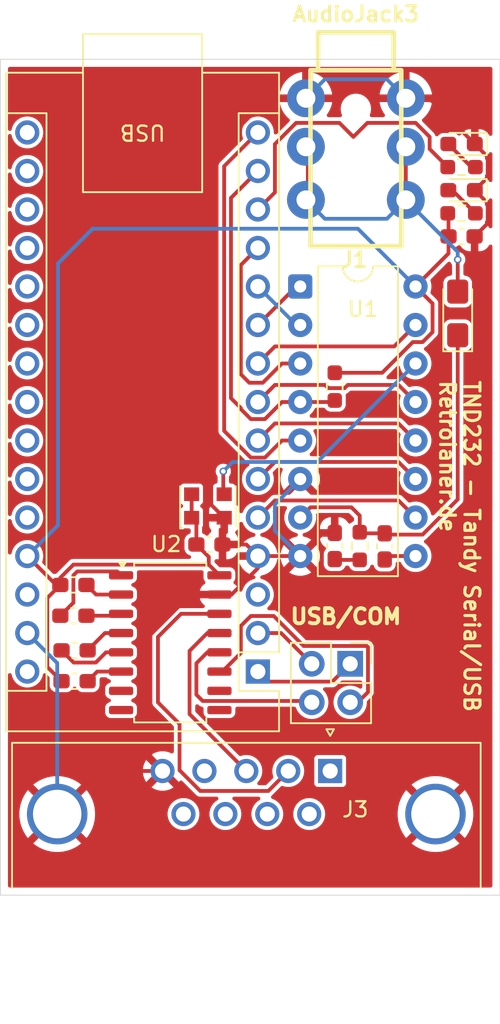
<source format=kicad_pcb>
(kicad_pcb (version 20241229) (generator "pcbnew") (generator_version "9.0")
  (layers (0 "F.Cu" signal) (2 "B.Cu" signal) (13 "F.Paste" user) (15 "B.Paste" user) (5 "F.SilkS" user "F.Silkscreen") (7 "B.SilkS" user "B.Silkscreen") (1 "F.Mask" user) (3 "B.Mask" user) (25 "Edge.Cuts" user))
  (net 0 "")
  (net 1 "/D1")
  (net 3 "/RDY")
  (net 4 "GND")
  (net 6 "/D0")
  (net 8 "VCC")
  (net 10 "/D7")
  (net 11 "/D4")
  (net 12 "/D2")
  (net 14 "/D3")
  (net 15 "/D5")
  (net 16 "/D6")
  (net 17 "/WE")
  (net 18 "Net-(U1-SND)")
  (net 19 "Net-(U1-NC)")
  (net 20 "Net-(C2-Pad2)")
  (net 21 "Net-(C3-Pad2)")
  (net 22 "Net-(D1-A)")
  (net 23 "/CLK")
  (net 24 "/RX")
  (net 25 "/TX")
  (net 26 "Net-(D2-A)")
  (net 27 "/LED")
  (net 28 "Net-(U2-C2-)")
  (net 29 "Net-(U2-C2+)")
  (net 30 "Net-(U2-C1-)")
  (net 31 "Net-(U2-C1+)")
  (net 32 "Net-(U2-VS-)")
  (net 33 "Net-(U2-VS+)")
  (net 39 "Net-(U2-T1OUT)")
  (net 41 "Net-(U2-R1IN)")
  (net 48 "/SCL")
  (net 53 "/SDA")
  (net 54 "Net-(RS232-Pin_2)")
  (net 55 "Net-(RS232-Pin_4)")
  (footprint "Connector_PinHeader_2.54mm:PinHeader_2x02_P2.54mm_Vertical" (layer "F.Cu") (at 168.661 120.391 -90)
    (property "Reference" "RS232" (hide yes))
    (property "Value" "Conn_02x02_Odd_Even" (hide yes))
    (fp_line (start -1.38 3.92) (end 3.92 3.92) (stroke (width 0.12)) (layer "F.SilkS"))
    (fp_line (start -1.38 1.27) (end -1.38 3.92) (stroke (width 0.12)) (layer "F.SilkS"))
    (fp_line (start -1.38 1.27) (end 1.27 1.27) (stroke (width 0.12)) (layer "F.SilkS"))
    (fp_line (start 1.27 1.27) (end 1.27 -1.38) (stroke (width 0.12)) (layer "F.SilkS"))
    (fp_line (start -1.38 0) (end -1.38 -1.38) (stroke (width 0.12)) (layer "F.SilkS"))
    (fp_line (start -1.38 -1.38) (end 0 -1.38) (stroke (width 0.12)) (layer "F.SilkS"))
    (fp_line (start 1.27 -1.38) (end 3.92 -1.38) (stroke (width 0.12)) (layer "F.SilkS"))
    (fp_line (start 3.92 -1.38) (end 3.92 3.92) (stroke (width 0.12)) (layer "F.SilkS"))
    (pad "1" thru_hole rect (at 0 0 270) (size 1.7 1.7) (drill 1) (layers "*.Cu" "*.Mask") (net 25 "/TX"))
    (pad "2" thru_hole circle (at 2.54 0 270) (size 1.7 1.7) (drill 1) (layers "*.Cu" "*.Mask") (net 54 "Net-(RS232-Pin_2)"))
    (pad "3" thru_hole circle (at 0 2.54 270) (size 1.7 1.7) (drill 1) (layers "*.Cu" "*.Mask") (net 24 "/RX"))
    (pad "4" thru_hole circle (at 2.54 2.54 270) (size 1.7 1.7) (drill 1) (layers "*.Cu" "*.Mask") (net 55 "Net-(RS232-Pin_4)"))
  )
  (footprint "Capacitor_SMD:C_0603_1608Metric_Pad1.08x0.95mm_HandSolder" (layer "F.Cu") (at 150.368 117.221 180)
    (property "Reference" "C4" (hide yes))
    (property "Value" "10uf" (hide yes))
    (fp_line (start -0.146267 0.51) (end 0.146267 0.51) (stroke (width 0.12)) (layer "F.SilkS"))
    (fp_line (start -0.146267 -0.51) (end 0.146267 -0.51) (stroke (width 0.12)) (layer "F.SilkS"))
    (pad "1" smd roundrect (at -0.8625 0 180) (size 1.075 0.95) (layers "F.Cu" "F.Mask" "F.Paste") (net 30 "Net-(U2-C1-)"))
    (pad "2" smd roundrect (at 0.8625 0 180) (size 1.075 0.95) (layers "F.Cu" "F.Mask" "F.Paste") (net 31 "Net-(U2-C1+)"))
  )
  (footprint "Package_DIP:DIP-16_W7.62mm" (layer "F.Cu") (at 165.359 95.504)
    (property "Reference" "U1" (at 4.141 1.496 0) (layer "F.SilkS"))
    (property "Value" "SN76489AN" (hide yes))
    (fp_line (start 1.16 -1.33) (end 1.16 19.11) (stroke (width 0.12)) (layer "F.SilkS"))
    (fp_line (start 1.16 19.11) (end 6.46 19.11) (stroke (width 0.12)) (layer "F.SilkS"))
    (fp_line (start 2.81 -1.33) (end 1.16 -1.33) (stroke (width 0.12)) (layer "F.SilkS"))
    (fp_line (start 6.46 -1.33) (end 4.81 -1.33) (stroke (width 0.12)) (layer "F.SilkS"))
    (fp_line (start 6.46 19.11) (end 6.46 -1.33) (stroke (width 0.12)) (layer "F.SilkS"))
    (fp_arc (start 4.81 -1.33) (mid 3.81 -0.33) (end 2.81 -1.33) (stroke (width 0.12)) (layer "F.SilkS"))
    (pad "1" thru_hole roundrect (at 0 0) (size 1.6 1.6) (drill 0.8) (layers "*.Cu" "*.Mask") (roundrect_rratio 0.15625) (net 15 "/D5"))
    (pad "2" thru_hole circle (at 0 2.54) (size 1.6 1.6) (drill 0.8) (layers "*.Cu" "*.Mask") (net 16 "/D6"))
    (pad "3" thru_hole circle (at 0 5.08) (size 1.6 1.6) (drill 0.8) (layers "*.Cu" "*.Mask") (net 10 "/D7"))
    (pad "4" thru_hole circle (at 0 7.62) (size 1.6 1.6) (drill 0.8) (layers "*.Cu" "*.Mask") (net 3 "/RDY"))
    (pad "5" thru_hole circle (at 0 10.16) (size 1.6 1.6) (drill 0.8) (layers "*.Cu" "*.Mask") (net 17 "/WE"))
    (pad "6" thru_hole circle (at 0 12.7) (size 1.6 1.6) (drill 0.8) (layers "*.Cu" "*.Mask") (net 4 "GND"))
    (pad "7" thru_hole circle (at 0 15.24) (size 1.6 1.6) (drill 0.8) (layers "*.Cu" "*.Mask") (net 18 "Net-(U1-SND)"))
    (pad "8" thru_hole circle (at 0 17.78) (size 1.6 1.6) (drill 0.8) (layers "*.Cu" "*.Mask") (net 4 "GND"))
    (pad "9" thru_hole circle (at 7.62 17.78) (size 1.6 1.6) (drill 0.8) (layers "*.Cu" "*.Mask") (net 19 "Net-(U1-NC)"))
    (pad "10" thru_hole circle (at 7.62 15.24) (size 1.6 1.6) (drill 0.8) (layers "*.Cu" "*.Mask") (net 6 "/D0"))
    (pad "11" thru_hole circle (at 7.62 12.7) (size 1.6 1.6) (drill 0.8) (layers "*.Cu" "*.Mask") (net 1 "/D1"))
    (pad "12" thru_hole circle (at 7.62 10.16) (size 1.6 1.6) (drill 0.8) (layers "*.Cu" "*.Mask") (net 12 "/D2"))
    (pad "13" thru_hole circle (at 7.62 7.62) (size 1.6 1.6) (drill 0.8) (layers "*.Cu" "*.Mask") (net 14 "/D3"))
    (pad "14" thru_hole circle (at 7.62 5.08) (size 1.6 1.6) (drill 0.8) (layers "*.Cu" "*.Mask") (net 23 "/CLK"))
    (pad "15" thru_hole circle (at 7.62 2.54) (size 1.6 1.6) (drill 0.8) (layers "*.Cu" "*.Mask") (net 11 "/D4"))
    (pad "16" thru_hole circle (at 7.62 0) (size 1.6 1.6) (drill 0.8) (layers "*.Cu" "*.Mask") (net 8 "VCC"))
  )
  (footprint "Capacitor_Tantalum_SMD:CP_EIA-3216-10_Kemet-I_HandSolder" (layer "F.Cu") (at 175.768 97.282 90)
    (property "Reference" "C3" (hide yes))
    (property "Value" "100uf" (hide yes))
    (fp_line (start 1.6 -0.955) (end -2.495 -0.955) (stroke (width 0.12)) (layer "F.SilkS"))
    (fp_line (start -2.495 -0.955) (end -2.495 0.955) (stroke (width 0.12)) (layer "F.SilkS"))
    (fp_line (start -2.495 0.955) (end 1.6 0.955) (stroke (width 0.12)) (layer "F.SilkS"))
    (pad "1" smd roundrect (at -1.44 0 90) (size 1.59 1.39) (layers "F.Cu" "F.Mask" "F.Paste") (roundrect_rratio 0.179856) (net 18 "Net-(U1-SND)"))
    (pad "2" smd roundrect (at 1.44 0 90) (size 1.59 1.39) (layers "F.Cu" "F.Mask" "F.Paste") (roundrect_rratio 0.179856) (net 21 "Net-(C3-Pad2)"))
  )
  (footprint "LED_SMD:LED_0603_1608Metric_Pad1.05x0.95mm_HandSolder" (layer "F.Cu") (at 176.022 86.106 180)
    (property "Reference" "D1" (hide yes))
    (property "Value" "LED Rot" (hide yes))
    (fp_line (start 0.8 -0.735) (end -1.66 -0.735) (stroke (width 0.12)) (layer "F.SilkS"))
    (fp_line (start -1.66 0.735) (end 0.8 0.735) (stroke (width 0.12)) (layer "F.SilkS"))
    (fp_line (start -1.66 -0.735) (end -1.66 0.735) (stroke (width 0.12)) (layer "F.SilkS"))
    (pad "1" smd roundrect (at -0.875 0 180) (size 1.05 0.95) (layers "F.Cu" "F.Mask" "F.Paste") (net 4 "GND"))
    (pad "2" smd roundrect (at 0.875 0 180) (size 1.05 0.95) (layers "F.Cu" "F.Mask" "F.Paste") (net 22 "Net-(D1-A)"))
  )
  (footprint "Capacitor_SMD:C_0603_1608Metric_Pad1.08x0.95mm_HandSolder" (layer "F.Cu") (at 170.942 112.649 -90)
    (property "Reference" "C1" (hide yes))
    (property "Value" "68pf" (hide yes))
    (fp_line (start -0.146267 0.51) (end 0.146267 0.51) (stroke (width 0.12)) (layer "F.SilkS"))
    (fp_line (start -0.146267 -0.51) (end 0.146267 -0.51) (stroke (width 0.12)) (layer "F.SilkS"))
    (pad "1" smd roundrect (at -0.8625 0 270) (size 1.075 0.95) (layers "F.Cu" "F.Mask" "F.Paste") (net 18 "Net-(U1-SND)"))
    (pad "2" smd roundrect (at 0.8625 0 270) (size 1.075 0.95) (layers "F.Cu" "F.Mask" "F.Paste") (net 19 "Net-(U1-NC)"))
  )
  (footprint "Resistor_SMD:R_0603_1608Metric_Pad0.98x0.95mm_HandSolder" (layer "F.Cu") (at 176.022 90.678)
    (property "Reference" "R3" (hide yes))
    (property "Value" "330 Ohm" (hide yes))
    (fp_line (start -0.254724 -0.5225) (end 0.254724 -0.5225) (stroke (width 0.12)) (layer "F.SilkS"))
    (fp_line (start -0.254724 0.5225) (end 0.254724 0.5225) (stroke (width 0.12)) (layer "F.SilkS"))
    (pad "1" smd roundrect (at -0.9125 0) (size 0.975 0.95) (layers "F.Cu" "F.Mask" "F.Paste") (net 8 "VCC"))
    (pad "2" smd roundrect (at 0.9125 0) (size 0.975 0.95) (layers "F.Cu" "F.Mask" "F.Paste") (net 26 "Net-(D2-A)"))
  )
  (footprint "Package_SO:SOIC-16_4.55x10.3mm_P1.27mm" (layer "F.Cu") (at 156.77 118.999)
    (property "Reference" "U2" (at -0.27 -6.499 0) (layer "F.SilkS"))
    (property "Value" "MAX232")
    (fp_line (start -2.385 -5.26) (end -2.385 -4.98) (stroke (width 0.12)) (layer "F.SilkS"))
    (fp_line (start -2.385 5.26) (end -2.385 4.98) (stroke (width 0.12)) (layer "F.SilkS"))
    (fp_line (start 0 -5.26) (end -2.385 -5.26) (stroke (width 0.12)) (layer "F.SilkS"))
    (fp_line (start 0 -5.26) (end 2.385 -5.26) (stroke (width 0.12)) (layer "F.SilkS"))
    (fp_line (start 0 5.26) (end -2.385 5.26) (stroke (width 0.12)) (layer "F.SilkS"))
    (fp_line (start 0 5.26) (end 2.385 5.26) (stroke (width 0.12)) (layer "F.SilkS"))
    (fp_line (start 2.385 -5.26) (end 2.385 -4.98) (stroke (width 0.12)) (layer "F.SilkS"))
    (fp_line (start 2.385 5.26) (end 2.385 4.98) (stroke (width 0.12)) (layer "F.SilkS"))
    (fp_poly (pts (xy -3.1625 -4.98) (xy -3.4025 -5.31) (xy -2.9225 -5.31)) (stroke (width 0.12)) (fill yes) (layer "F.SilkS"))
    (pad "1" smd roundrect (at -3.25 -4.445) (size 1.6 0.55) (layers "F.Cu" "F.Mask" "F.Paste") (net 31 "Net-(U2-C1+)"))
    (pad "2" smd roundrect (at -3.25 -3.175) (size 1.6 0.55) (layers "F.Cu" "F.Mask" "F.Paste") (net 33 "Net-(U2-VS+)"))
    (pad "3" smd roundrect (at -3.25 -1.905) (size 1.6 0.55) (layers "F.Cu" "F.Mask" "F.Paste") (net 30 "Net-(U2-C1-)"))
    (pad "4" smd roundrect (at -3.25 -0.635) (size 1.6 0.55) (layers "F.Cu" "F.Mask" "F.Paste") (net 29 "Net-(U2-C2+)"))
    (pad "5" smd roundrect (at -3.25 0.635) (size 1.6 0.55) (layers "F.Cu" "F.Mask" "F.Paste") (net 28 "Net-(U2-C2-)"))
    (pad "6" smd roundrect (at -3.25 1.905) (size 1.6 0.55) (layers "F.Cu" "F.Mask" "F.Paste") (net 32 "Net-(U2-VS-)"))
    (pad "7" smd roundrect (at -3.25 3.175) (size 1.6 0.55) (layers "F.Cu" "F.Mask" "F.Paste"))
    (pad "8" smd roundrect (at -3.25 4.445) (size 1.6 0.55) (layers "F.Cu" "F.Mask" "F.Paste"))
    (pad "9" smd roundrect (at 3.25 4.445) (size 1.6 0.55) (layers "F.Cu" "F.Mask" "F.Paste"))
    (pad "10" smd roundrect (at 3.25 3.175) (size 1.6 0.55) (layers "F.Cu" "F.Mask" "F.Paste"))
    (pad "11" smd roundrect (at 3.25 1.905) (size 1.6 0.55) (layers "F.Cu" "F.Mask" "F.Paste") (net 54 "Net-(RS232-Pin_2)"))
    (pad "12" smd roundrect (at 3.25 0.635) (size 1.6 0.55) (layers "F.Cu" "F.Mask" "F.Paste") (net 55 "Net-(RS232-Pin_4)"))
    (pad "13" smd roundrect (at 3.25 -0.635) (size 1.6 0.55) (layers "F.Cu" "F.Mask" "F.Paste") (net 41 "Net-(U2-R1IN)"))
    (pad "14" smd roundrect (at 3.25 -1.905) (size 1.6 0.55) (layers "F.Cu" "F.Mask" "F.Paste") (net 39 "Net-(U2-T1OUT)"))
    (pad "15" smd roundrect (at 3.25 -3.175) (size 1.6 0.55) (layers "F.Cu" "F.Mask" "F.Paste") (net 4 "GND"))
    (pad "16" smd roundrect (at 3.25 -4.445) (size 1.6 0.55) (layers "F.Cu" "F.Mask" "F.Paste") (net 8 "VCC"))
  )
  (footprint "Resistor_SMD:R_0603_1608Metric_Pad0.98x0.95mm_HandSolder" (layer "F.Cu") (at 169.291 112.6255 -90)
    (property "Reference" "R1" (hide yes))
    (property "Value" "33 Ohm" (hide yes))
    (fp_line (start -0.254724 0.5225) (end 0.254724 0.5225) (stroke (width 0.12)) (layer "F.SilkS"))
    (fp_line (start -0.254724 -0.5225) (end 0.254724 -0.5225) (stroke (width 0.12)) (layer "F.SilkS"))
    (pad "1" smd roundrect (at -0.9125 0 270) (size 0.975 0.95) (layers "F.Cu" "F.Mask" "F.Paste") (net 18 "Net-(U1-SND)"))
    (pad "2" smd roundrect (at 0.9125 0 270) (size 0.975 0.95) (layers "F.Cu" "F.Mask" "F.Paste") (net 20 "Net-(C2-Pad2)"))
  )
  (footprint "Capacitor_SMD:C_0603_1608Metric_Pad1.08x0.95mm_HandSolder" (layer "F.Cu") (at 176.022 92.202 180)
    (property "Reference" "C9" (hide yes))
    (property "Value" "100nf" (hide yes))
    (fp_line (start -0.146267 0.51) (end 0.146267 0.51) (stroke (width 0.12)) (layer "F.SilkS"))
    (fp_line (start -0.146267 -0.51) (end 0.146267 -0.51) (stroke (width 0.12)) (layer "F.SilkS"))
    (pad "1" smd roundrect (at -0.8625 0 180) (size 1.075 0.95) (layers "F.Cu" "F.Mask" "F.Paste") (net 4 "GND"))
    (pad "2" smd roundrect (at 0.8625 0 180) (size 1.075 0.95) (layers "F.Cu" "F.Mask" "F.Paste") (net 8 "VCC"))
  )
  (footprint "Capacitor_SMD:C_0603_1608Metric_Pad1.08x0.95mm_HandSolder" (layer "F.Cu") (at 150.4465 121.539)
    (property "Reference" "C7" (hide yes))
    (property "Value" "10uf" (hide yes))
    (fp_line (start -0.146267 -0.51) (end 0.146267 -0.51) (stroke (width 0.12)) (layer "F.SilkS"))
    (fp_line (start -0.146267 0.51) (end 0.146267 0.51) (stroke (width 0.12)) (layer "F.SilkS"))
    (pad "1" smd roundrect (at -0.8625 0) (size 1.075 0.95) (layers "F.Cu" "F.Mask" "F.Paste") (net 8 "VCC"))
    (pad "2" smd roundrect (at 0.8625 0) (size 1.075 0.95) (layers "F.Cu" "F.Mask" "F.Paste") (net 32 "Net-(U2-VS-)"))
  )
  (footprint "Capacitor_SMD:C_0603_1608Metric_Pad1.08x0.95mm_HandSolder" (layer "F.Cu") (at 167.64 112.6225 -90)
    (property "Reference" "C2" (hide yes))
    (property "Value" "100nf" (hide yes))
    (fp_line (start -0.146267 0.51) (end 0.146267 0.51) (stroke (width 0.12)) (layer "F.SilkS"))
    (fp_line (start -0.146267 -0.51) (end 0.146267 -0.51) (stroke (width 0.12)) (layer "F.SilkS"))
    (pad "1" smd roundrect (at -0.8625 0 270) (size 1.075 0.95) (layers "F.Cu" "F.Mask" "F.Paste") (net 4 "GND"))
    (pad "2" smd roundrect (at 0.8625 0 270) (size 1.075 0.95) (layers "F.Cu" "F.Mask" "F.Paste") (net 20 "Net-(C2-Pad2)"))
  )
  (footprint "Resistor_SMD:R_0603_1608Metric_Pad0.98x0.95mm_HandSolder" (layer "F.Cu") (at 176.022 87.63 180)
    (property "Reference" "R2" (hide yes))
    (property "Value" "330 Ohm" (hide yes))
    (fp_line (start -0.254724 0.5225) (end 0.254724 0.5225) (stroke (width 0.12)) (layer "F.SilkS"))
    (fp_line (start -0.254724 -0.5225) (end 0.254724 -0.5225) (stroke (width 0.12)) (layer "F.SilkS"))
    (pad "1" smd roundrect (at -0.9125 0 180) (size 0.975 0.95) (layers "F.Cu" "F.Mask" "F.Paste") (net 22 "Net-(D1-A)"))
    (pad "2" smd roundrect (at 0.9125 0 180) (size 0.975 0.95) (layers "F.Cu" "F.Mask" "F.Paste") (net 27 "/LED"))
  )
  (footprint "Capacitor_SMD:C_0603_1608Metric_Pad1.08x0.95mm_HandSolder" (layer "F.Cu") (at 150.368 115.189)
    (property "Reference" "C6" (hide yes))
    (property "Value" "10uf" (hide yes))
    (fp_line (start -0.146267 -0.51) (end 0.146267 -0.51) (stroke (width 0.12)) (layer "F.SilkS"))
    (fp_line (start -0.146267 0.51) (end 0.146267 0.51) (stroke (width 0.12)) (layer "F.SilkS"))
    (pad "1" smd roundrect (at -0.8625 0) (size 1.075 0.95) (layers "F.Cu" "F.Mask" "F.Paste") (net 8 "VCC"))
    (pad "2" smd roundrect (at 0.8625 0) (size 1.075 0.95) (layers "F.Cu" "F.Mask" "F.Paste") (net 33 "Net-(U2-VS+)"))
  )
  (footprint "Capacitor_SMD:C_0603_1608Metric_Pad1.08x0.95mm_HandSolder" (layer "F.Cu") (at 159.3585 112.522 180)
    (property "Reference" "C8" (hide yes))
    (property "Value" "100nf" (hide yes))
    (fp_line (start -0.146267 0.51) (end 0.146267 0.51) (stroke (width 0.12)) (layer "F.SilkS"))
    (fp_line (start -0.146267 -0.51) (end 0.146267 -0.51) (stroke (width 0.12)) (layer "F.SilkS"))
    (pad "1" smd roundrect (at -0.8625 0 180) (size 1.075 0.95) (layers "F.Cu" "F.Mask" "F.Paste") (net 4 "GND"))
    (pad "2" smd roundrect (at 0.8625 0 180) (size 1.075 0.95) (layers "F.Cu" "F.Mask" "F.Paste") (net 8 "VCC"))
  )
  (footprint "Oscillator:Oscillator_SMD_EuroQuartz_XO32-4Pin_3.2x2.5mm" (layer "F.Cu") (at 159.258 109.982 90)
    (property "Reference" "Y2" (hide yes))
    (property "Value" "XO32" (hide yes))
    (fp_line (start -1.485 -1.835) (end 1.3 -1.835) (stroke (width 0.12)) (layer "F.SilkS"))
    (fp_line (start -1.485 -1.635) (end -1.485 -1.835) (stroke (width 0.12)) (layer "F.SilkS"))
    (fp_line (start 1.3 1.835) (end -1.3 1.835) (stroke (width 0.12)) (layer "F.SilkS"))
    (pad "1" smd rect (at -0.775 -1.075) (size 1 0.9) (layers "F.Cu" "F.Mask" "F.Paste") (net 8 "VCC"))
    (pad "2" smd rect (at -0.775 1.075) (size 1 0.9) (layers "F.Cu" "F.Mask" "F.Paste") (net 4 "GND"))
    (pad "3" smd rect (at 0.775 1.075) (size 1 0.9) (layers "F.Cu" "F.Mask" "F.Paste") (net 23 "/CLK"))
    (pad "4" smd rect (at 0.775 -1.075) (size 1 0.9) (layers "F.Cu" "F.Mask" "F.Paste") (net 8 "VCC"))
  )
  (footprint "Capacitor_SMD:C_0603_1608Metric_Pad1.08x0.95mm_HandSolder" (layer "F.Cu") (at 150.4465 119.507)
    (property "Reference" "C5" (hide yes))
    (property "Value" "10uf" (hide yes))
    (fp_line (start -0.146267 -0.51) (end 0.146267 -0.51) (stroke (width 0.12)) (layer "F.SilkS"))
    (fp_line (start -0.146267 0.51) (end 0.146267 0.51) (stroke (width 0.12)) (layer "F.SilkS"))
    (pad "1" smd roundrect (at -0.8625 0) (size 1.075 0.95) (layers "F.Cu" "F.Mask" "F.Paste") (net 28 "Net-(U2-C2-)"))
    (pad "2" smd roundrect (at 0.8625 0) (size 1.075 0.95) (layers "F.Cu" "F.Mask" "F.Paste") (net 29 "Net-(U2-C2+)"))
  )
  (footprint "Connector_Dsub:DSUB-9_Socket_Horizontal_P2.77x2.84mm_EdgePinOffset4.94mm_Housed_MountingHolesOffset4.94mm" (layer "F.Cu") (at 167.338 127.462)
    (property "Reference" "J3" (at 1.662 2.538 0) (layer "F.SilkS"))
    (property "Value" "DE9_Socket_MountingHoles")
    (fp_line (start -21.025 -1.86) (end 9.945 -1.86) (stroke (width 0.12)) (layer "F.SilkS"))
    (fp_line (start -21.025 7.72) (end -21.025 -1.86) (stroke (width 0.12)) (layer "F.SilkS"))
    (fp_line (start -0.25 -2.754338) (end 0.25 -2.754338) (stroke (width 0.12)) (layer "F.SilkS"))
    (fp_line (start 0 -2.321325) (end -0.25 -2.754338) (stroke (width 0.12)) (layer "F.SilkS"))
    (fp_line (start 0.25 -2.754338) (end 0 -2.321325) (stroke (width 0.12)) (layer "F.SilkS"))
    (fp_line (start 9.945 -1.86) (end 9.945 7.72) (stroke (width 0.12)) (layer "F.SilkS"))
    (pad "0" thru_hole circle (at -18.04 2.84) (size 4 4) (drill 3.2) (layers "*.Cu" "*.Mask") (net 4 "GND"))
    (pad "0" thru_hole circle (at 6.96 2.84) (size 4 4) (drill 3.2) (layers "*.Cu" "*.Mask") (net 4 "GND"))
    (pad "1" thru_hole rect (at 0 0) (size 1.6 1.6) (drill 1) (layers "*.Cu" "*.Mask"))
    (pad "2" thru_hole circle (at -2.77 0) (size 1.6 1.6) (drill 1) (layers "*.Cu" "*.Mask") (net 39 "Net-(U2-T1OUT)"))
    (pad "3" thru_hole circle (at -5.54 0) (size 1.6 1.6) (drill 1) (layers "*.Cu" "*.Mask") (net 41 "Net-(U2-R1IN)"))
    (pad "4" thru_hole circle (at -8.31 0) (size 1.6 1.6) (drill 1) (layers "*.Cu" "*.Mask"))
    (pad "5" thru_hole circle (at -11.08 0) (size 1.6 1.6) (drill 1) (layers "*.Cu" "*.Mask") (net 4 "GND"))
    (pad "6" thru_hole circle (at -1.385 2.84) (size 1.6 1.6) (drill 1) (layers "*.Cu" "*.Mask"))
    (pad "7" thru_hole circle (at -4.155 2.84) (size 1.6 1.6) (drill 1) (layers "*.Cu" "*.Mask"))
    (pad "8" thru_hole circle (at -6.925 2.84) (size 1.6 1.6) (drill 1) (layers "*.Cu" "*.Mask"))
    (pad "9" thru_hole circle (at -9.695 2.84) (size 1.6 1.6) (drill 1) (layers "*.Cu" "*.Mask"))
  )
  (footprint "Module:Arduino_Nano" (layer "F.Cu") (at 162.56 120.904 180)
    (property "Reference" "A1" (hide yes))
    (property "Value" "Arduino_Nano_v3.x" (hide yes))
    (fp_line (start 16.64 39.5) (end 16.64 -3.94) (stroke (width 0.12)) (layer "F.SilkS"))
    (fp_line (start 16.64 39.5) (end 11.56 39.5) (stroke (width 0.12)) (layer "F.SilkS"))
    (fp_line (start 16.64 -3.94) (end -1.4 -3.94) (stroke (width 0.12)) (layer "F.SilkS"))
    (fp_line (start 13.97 36.83) (end 16.64 36.83) (stroke (width 0.12)) (layer "F.SilkS"))
    (fp_line (start 13.97 -1.27) (end 16.64 -1.27) (stroke (width 0.12)) (layer "F.SilkS"))
    (fp_line (start 13.97 -1.27) (end 13.97 36.83) (stroke (width 0.12)) (layer "F.SilkS"))
    (fp_line (start 11.56 42.04) (end 3.68 42.04) (stroke (width 0.12)) (layer "F.SilkS"))
    (fp_line (start 11.56 31.62) (end 11.56 42.04) (stroke (width 0.12)) (layer "F.SilkS"))
    (fp_line (start 3.68 42.04) (end 3.68 31.62) (stroke (width 0.12)) (layer "F.SilkS"))
    (fp_line (start 3.68 31.62) (end 11.56 31.62) (stroke (width 0.12)) (layer "F.SilkS"))
    (fp_line (start 1.27 36.83) (end -1.4 36.83) (stroke (width 0.12)) (layer "F.SilkS"))
    (fp_line (start 1.27 1.27) (end 1.27 36.83) (stroke (width 0.12)) (layer "F.SilkS"))
    (fp_line (start 1.27 1.27) (end 1.27 -1.27) (stroke (width 0.12)) (layer "F.SilkS"))
    (fp_line (start 1.27 1.27) (end -1.4 1.27) (stroke (width 0.12)) (layer "F.SilkS"))
    (fp_line (start 1.27 -1.27) (end -1.4 -1.27) (stroke (width 0.12)) (layer "F.SilkS"))
    (fp_line (start -1.4 39.5) (end 3.68 39.5) (stroke (width 0.12)) (layer "F.SilkS"))
    (fp_line (start -1.4 1.27) (end -1.4 39.5) (stroke (width 0.12)) (layer "F.SilkS"))
    (fp_line (start -1.4 -3.94) (end -1.4 -1.27) (stroke (width 0.12)) (layer "F.SilkS"))
    (fp_text user "USB" (at 7.62 35.56 180) (layer "F.SilkS"))
    (pad "1" thru_hole rect (at 0 0 180) (size 1.6 1.6) (drill 1) (layers "*.Cu" "*.Mask") (net 25 "/TX"))
    (pad "2" thru_hole oval (at 0 2.54 180) (size 1.6 1.6) (drill 1) (layers "*.Cu" "*.Mask") (net 24 "/RX"))
    (pad "3" thru_hole oval (at 0 5.08 180) (size 1.6 1.6) (drill 1) (layers "*.Cu" "*.Mask"))
    (pad "4" thru_hole oval (at 0 7.62 180) (size 1.6 1.6) (drill 1) (layers "*.Cu" "*.Mask") (net 4 "GND"))
    (pad "5" thru_hole oval (at 0 10.16 180) (size 1.6 1.6) (drill 1) (layers "*.Cu" "*.Mask") (net 6 "/D0"))
    (pad "6" thru_hole oval (at 0 12.7 180) (size 1.6 1.6) (drill 1) (layers "*.Cu" "*.Mask") (net 1 "/D1"))
    (pad "7" thru_hole oval (at 0 15.24 180) (size 1.6 1.6) (drill 1) (layers "*.Cu" "*.Mask") (net 12 "/D2"))
    (pad "8" thru_hole oval (at 0 17.78 180) (size 1.6 1.6) (drill 1) (layers "*.Cu" "*.Mask") (net 14 "/D3"))
    (pad "9" thru_hole oval (at 0 20.32 180) (size 1.6 1.6) (drill 1) (layers "*.Cu" "*.Mask") (net 11 "/D4"))
    (pad "10" thru_hole oval (at 0 22.86 180) (size 1.6 1.6) (drill 1) (layers "*.Cu" "*.Mask") (net 15 "/D5"))
    (pad "11" thru_hole oval (at 0 25.4 180) (size 1.6 1.6) (drill 1) (layers "*.Cu" "*.Mask") (net 16 "/D6"))
    (pad "12" thru_hole oval (at 0 27.94 180) (size 1.6 1.6) (drill 1) (layers "*.Cu" "*.Mask") (net 10 "/D7"))
    (pad "13" thru_hole oval (at 0 30.48 180) (size 1.6 1.6) (drill 1) (layers "*.Cu" "*.Mask") (net 27 "/LED"))
    (pad "14" thru_hole oval (at 0 33.02 180) (size 1.6 1.6) (drill 1) (layers "*.Cu" "*.Mask") (net 3 "/RDY"))
    (pad "15" thru_hole oval (at 0 35.56 180) (size 1.6 1.6) (drill 1) (layers "*.Cu" "*.Mask") (net 17 "/WE"))
    (pad "16" thru_hole oval (at 15.24 35.56 180) (size 1.6 1.6) (drill 1) (layers "*.Cu" "*.Mask"))
    (pad "17" thru_hole oval (at 15.24 33.02 180) (size 1.6 1.6) (drill 1) (layers "*.Cu" "*.Mask"))
    (pad "18" thru_hole oval (at 15.24 30.48 180) (size 1.6 1.6) (drill 1) (layers "*.Cu" "*.Mask"))
    (pad "19" thru_hole oval (at 15.24 27.94 180) (size 1.6 1.6) (drill 1) (layers "*.Cu" "*.Mask"))
    (pad "20" thru_hole oval (at 15.24 25.4 180) (size 1.6 1.6) (drill 1) (layers "*.Cu" "*.Mask"))
    (pad "21" thru_hole oval (at 15.24 22.86 180) (size 1.6 1.6) (drill 1) (layers "*.Cu" "*.Mask"))
    (pad "22" thru_hole oval (at 15.24 20.32 180) (size 1.6 1.6) (drill 1) (layers "*.Cu" "*.Mask"))
    (pad "23" thru_hole oval (at 15.24 17.78 180) (size 1.6 1.6) (drill 1) (layers "*.Cu" "*.Mask") (net 53 "/SDA"))
    (pad "24" thru_hole oval (at 15.24 15.24 180) (size 1.6 1.6) (drill 1) (layers "*.Cu" "*.Mask") (net 48 "/SCL"))
    (pad "25" thru_hole oval (at 15.24 12.7 180) (size 1.6 1.6) (drill 1) (layers "*.Cu" "*.Mask"))
    (pad "26" thru_hole oval (at 15.24 10.16 180) (size 1.6 1.6) (drill 1) (layers "*.Cu" "*.Mask"))
    (pad "27" thru_hole oval (at 15.24 7.62 180) (size 1.6 1.6) (drill 1) (layers "*.Cu" "*.Mask") (net 8 "VCC"))
    (pad "28" thru_hole oval (at 15.24 5.08 180) (size 1.6 1.6) (drill 1) (layers "*.Cu" "*.Mask"))
    (pad "29" thru_hole oval (at 15.24 2.54 180) (size 1.6 1.6) (drill 1) (layers "*.Cu" "*.Mask") (net 4 "GND"))
    (pad "30" thru_hole oval (at 15.24 0 180) (size 1.6 1.6) (drill 1) (layers "*.Cu" "*.Mask"))
  )
  (footprint "jack_audio:jack_3.5_pj313d-smt" (layer "F.Cu") (at 169.037 87.039 180)
    (property "Reference" "J1" (at 0.1 -6.7 180) (layer "F.SilkS") (effects (font (size 0.99822 0.99822) (thickness 0.19812))))
    (property "Value" "AudioJack3" (at 0 9.5 180) (layer "F.SilkS") (effects (font (size 0.99822 0.99822) (thickness 0.19812))))
    (fp_line (start 3 -5.8) (end 3 5.8) (stroke (width 0.3048)) (layer "F.SilkS"))
    (fp_line (start 2.5 5.8) (end 2.5 8.3) (stroke (width 0.3048)) (layer "F.SilkS"))
    (fp_line (start -2.5 8.3) (end 2.5 8.3) (stroke (width 0.3048)) (layer "F.SilkS"))
    (fp_line (start -2.5 5.8) (end -2.5 8.3) (stroke (width 0.3048)) (layer "F.SilkS"))
    (fp_line (start -3 5.8) (end 3 5.8) (stroke (width 0.3048)) (layer "F.SilkS"))
    (fp_line (start -3 -5.8) (end 3 -5.8) (stroke (width 0.3048)) (layer "F.SilkS"))
    (fp_line (start -3 -5.8) (end -3 5.8) (stroke (width 0.3048)) (layer "F.SilkS"))
    (pad "" np_thru_hole circle (at 0 -2.75 180) (size 1.5 1.5) (drill 1.5) (layers "*.Cu" "*.Mask"))
    (pad "" np_thru_hole circle (at 0 3.25 180) (size 1.5 1.5) (drill 1.5) (layers "*.Cu" "*.Mask"))
    (pad "1" thru_hole circle (at -3.3 3.95 180) (size 2.5 2.5) (drill 1.25) (layers "*.Cu" "*.Mask") (net 4 "GND"))
    (pad "1" thru_hole circle (at 3.3 3.95 180) (size 2.5 2.5) (drill 1.25) (layers "*.Cu" "*.Mask") (net 4 "GND"))
    (pad "2" thru_hole circle (at -3.3 0.75 180) (size 2.5 2.5) (drill 1.25) (layers "*.Cu" "*.Mask") (net 21 "Net-(C3-Pad2)"))
    (pad "2" thru_hole circle (at 3.3 0.75 180) (size 2.5 2.5) (drill 1.25) (layers "*.Cu" "*.Mask") (net 21 "Net-(C3-Pad2)"))
    (pad "3" thru_hole circle (at -3.3 -2.75 180) (size 2.5 2.5) (drill 1.25) (layers "*.Cu" "*.Mask") (net 21 "Net-(C3-Pad2)"))
    (pad "3" thru_hole circle (at 3.3 -2.75 180) (size 2.5 2.5) (drill 1.25) (layers "*.Cu" "*.Mask") (net 21 "Net-(C3-Pad2)"))
  )
  (footprint "Resistor_SMD:R_0603_1608Metric_Pad0.98x0.95mm_HandSolder" (layer "F.Cu") (at 167.64 102.108 -90)
    (property "Reference" "R4" (hide yes))
    (property "Value" "2,2K" (hide yes))
    (fp_line (start -0.254724 0.5225) (end 0.254724 0.5225) (stroke (width 0.12)) (layer "F.SilkS"))
    (fp_line (start -0.254724 -0.5225) (end 0.254724 -0.5225) (stroke (width 0.12)) (layer "F.SilkS"))
    (pad "1" smd roundrect (at -0.9125 0 270) (size 0.975 0.95) (layers "F.Cu" "F.Mask" "F.Paste") (net 8 "VCC"))
    (pad "2" smd roundrect (at 0.9125 0 270) (size 0.975 0.95) (layers "F.Cu" "F.Mask" "F.Paste") (net 3 "/RDY"))
  )
  (footprint "LED_SMD:LED_0603_1608Metric_Pad1.05x0.95mm_HandSolder" (layer "F.Cu") (at 176.022 89.154 180)
    (property "Reference" "D2" (hide yes))
    (property "Value" "LED Grün" (hide yes))
    (fp_line (start 0.8 -0.735) (end -1.66 -0.735) (stroke (width 0.12)) (layer "F.SilkS"))
    (fp_line (start -1.66 0.735) (end 0.8 0.735) (stroke (width 0.12)) (layer "F.SilkS"))
    (fp_line (start -1.66 -0.735) (end -1.66 0.735) (stroke (width 0.12)) (layer "F.SilkS"))
    (pad "1" smd roundrect (at -0.875 0 180) (size 1.05 0.95) (layers "F.Cu" "F.Mask" "F.Paste") (net 4 "GND"))
    (pad "2" smd roundrect (at 0.875 0 180) (size 1.05 0.95) (layers "F.Cu" "F.Mask" "F.Paste") (net 26 "Net-(D2-A)"))
  )
  (gr_rect (start 145.542 80.518) (end 178.562 135.652) (stroke (width 0.05)) (fill no) (layer "Edge.Cuts"))
  (gr_text "USB/COM" (at 164.592 117.856 0) (layer "F.SilkS") (effects (font (size 1 1) (thickness 0.25) (bold yes)) (justify left bottom)))
  (gr_text "TND232 - Tandy Serial/USB\nRetroianer.de" (at 174.498 101.6 270) (layer "F.SilkS") (effects (font (size 1 1) (thickness 0.2) (bold yes)) (justify left bottom)))
  (segment (start 163.686 107.078) (end 171.853 107.078) (width 0.25) (layer "F.Cu") (net 1))
  (segment (start 162.56 108.204) (end 163.686 107.078) (width 0.25) (layer "F.Cu") (net 1))
  (segment (start 171.853 107.078) (end 172.979 108.204) (width 0.25) (layer "F.Cu") (net 1))
  (segment (start 162.093595 104.25) (end 161.434 103.590405) (width 0.25) (layer "F.Cu") (net 3))
  (segment (start 165.359 103.124) (end 167.5365 103.124) (width 0.25) (layer "F.Cu") (net 3))
  (segment (start 160.782 89.662) (end 162.56 87.884) (width 0.25) (layer "F.Cu") (net 3))
  (segment (start 167.5365 103.124) (end 167.64 103.0205) (width 0.25) (layer "F.Cu") (net 3))
  (segment (start 164.152405 103.124) (end 163.026405 104.25) (width 0.25) (layer "F.Cu") (net 3))
  (segment (start 161.434 103.522) (end 160.782 102.87) (width 0.25) (layer "F.Cu") (net 3))
  (segment (start 161.434 103.590405) (end 161.434 103.522) (width 0.25) (layer "F.Cu") (net 3))
  (segment (start 165.359 103.124) (end 164.152405 103.124) (width 0.25) (layer "F.Cu") (net 3))
  (segment (start 163.026405 104.25) (end 162.093595 104.25) (width 0.25) (layer "F.Cu") (net 3))
  (segment (start 160.782 102.87) (end 160.782 89.662) (width 0.25) (layer "F.Cu") (net 3))
  (segment (start 165.359 113.284) (end 162.56 113.284) (width 0.25) (layer "F.Cu") (net 4))
  (segment (start 165.354 113.289) (end 165.359 113.284) (width 0.25) (layer "F.Cu") (net 4))
  (segment (start 156.258 127.462) (end 152.138 127.462) (width 0.25) (layer "F.Cu") (net 4))
  (segment (start 155.458001 126.662001) (end 156.258 127.462) (width 0.25) (layer "F.Cu") (net 4))
  (segment (start 160.221 110.869) (end 160.333 110.757) (width 0.25) (layer "F.Cu") (net 4))
  (segment (start 177.748 88.303) (end 176.897 89.154) (width 0.25) (layer "F.Cu") (net 4))
  (segment (start 159.475877 86.835718) (end 159.475877 109.899877) (width 0.25) (layer "F.Cu") (net 4))
  (segment (start 176.897 86.106) (end 177.748 86.957) (width 0.25) (layer "F.Cu") (net 4))
  (segment (start 159.475877 109.899877) (end 160.333 110.757) (width 0.25) (layer "F.Cu") (net 4))
  (segment (start 167.64 111.76) (end 166.883 111.76) (width 0.25) (layer "F.Cu") (net 4))
  (segment (start 158.11219 115.824) (end 155.458001 118.478189) (width 0.25) (layer "F.Cu") (net 4))
  (segment (start 155.458001 118.478189) (end 155.458001 126.662001) (width 0.25) (layer "F.Cu") (net 4))
  (segment (start 162.56 113.284) (end 162.56 114.083999) (width 0.25) (layer "F.Cu") (net 4))
  (segment (start 160.333 110.757) (end 160.383 110.757) (width 0.25) (layer "F.Cu") (net 4))
  (segment (start 163.222595 83.089) (end 159.475877 86.835718) (width 0.25) (layer "F.Cu") (net 4))
  (segment (start 160.221 112.522) (end 160.221 110.869) (width 0.25) (layer "F.Cu") (net 4))
  (segment (start 152.138 127.462) (end 149.298 130.302) (width 0.25) (layer "F.Cu") (net 4))
  (segment (start 162.56 114.083999) (end 160.819999 115.824) (width 0.25) (layer "F.Cu") (net 4))
  (segment (start 172.337 83.089) (end 172.337 84.060199) (width 0.25) (layer "F.Cu") (net 4))
  (segment (start 165.737 83.089) (end 163.222595 83.089) (width 0.25) (layer "F.Cu") (net 4))
  (segment (start 160.02 115.824) (end 158.11219 115.824) (width 0.25) (layer "F.Cu") (net 4))
  (segment (start 160.221 112.522) (end 161.798 112.522) (width 0.25) (layer "F.Cu") (net 4))
  (segment (start 177.748 90.005) (end 176.897 89.154) (width 0.25) (layer "F.Cu") (net 4))
  (segment (start 161.798 112.522) (end 162.56 113.284) (width 0.25) (layer "F.Cu") (net 4))
  (segment (start 160.819999 115.824) (end 160.02 115.824) (width 0.25) (layer "F.Cu") (net 4))
  (segment (start 172.337 83.089) (end 173.88 83.089) (width 0.25) (layer "F.Cu") (net 4))
  (segment (start 173.88 83.089) (end 176.897 86.106) (width 0.25) (layer "F.Cu") (net 4))
  (segment (start 176.8845 92.202) (end 177.748 91.3385) (width 0.25) (layer "F.Cu") (net 4))
  (segment (start 177.748 91.3385) (end 177.748 90.005) (width 0.25) (layer "F.Cu") (net 4))
  (segment (start 166.883 111.76) (end 165.359 113.284) (width 0.25) (layer "F.Cu") (net 4))
  (segment (start 177.748 86.957) (end 177.748 88.303) (width 0.25) (layer "F.Cu") (net 4))
  (segment (start 149.298 120.342) (end 149.298 130.302) (width 0.25) (layer "B.Cu") (net 4))
  (segment (start 171.087001 81.839001) (end 172.337 83.089) (width 0.25) (layer "B.Cu") (net 4))
  (segment (start 163.686 109.877) (end 163.686 111.611) (width 0.25) (layer "B.Cu") (net 4))
  (segment (start 147.32 118.364) (end 149.298 120.342) (width 0.25) (layer "B.Cu") (net 4))
  (segment (start 165.359 108.204) (end 163.686 109.877) (width 0.25) (layer "B.Cu") (net 4))
  (segment (start 163.686 111.611) (end 165.359 113.284) (width 0.25) (layer "B.Cu") (net 4))
  (segment (start 166.986999 81.839001) (end 171.087001 81.839001) (width 0.25) (layer "B.Cu") (net 4))
  (segment (start 165.737 83.089) (end 166.986999 81.839001) (width 0.25) (layer "B.Cu") (net 4))
  (segment (start 172.979 110.744) (end 171.853 109.618) (width 0.25) (layer "F.Cu") (net 6))
  (segment (start 163.686 109.618) (end 162.56 110.744) (width 0.25) (layer "F.Cu") (net 6))
  (segment (start 171.853 109.618) (end 163.686 109.618) (width 0.25) (layer "F.Cu") (net 6))
  (segment (start 149.225 115.189) (end 147.32 113.284) (width 0.25) (layer "F.Cu") (net 8))
  (segment (start 175.1595 93.3235) (end 175.1595 92.202) (width 0.25) (layer "F.Cu") (net 8))
  (segment (start 160.02 114.554) (end 159.315 113.849) (width 0.25) (layer "F.Cu") (net 8))
  (segment (start 158.496 112.522) (end 158.496 111.07) (width 0.25) (layer "F.Cu") (net 8))
  (segment (start 172.800595 99.17) (end 173.445405 99.17) (width 0.25) (layer "F.Cu") (net 8))
  (segment (start 173.445405 99.17) (end 174.105 98.510405) (width 0.25) (layer "F.Cu") (net 8))
  (segment (start 149.584 121.539) (end 148.642 120.597) (width 0.25) (layer "F.Cu") (net 8))
  (segment (start 149.5055 115.189) (end 149.225 115.189) (width 0.25) (layer "F.Cu") (net 8))
  (segment (start 174.105 96.63) (end 172.979 95.504) (width 0.25) (layer "F.Cu") (net 8))
  (segment (start 175.1595 92.202) (end 175.1595 90.728) (width 0.25) (layer "F.Cu") (net 8))
  (segment (start 174.105 98.510405) (end 174.105 96.63) (width 0.25) (layer "F.Cu") (net 8))
  (segment (start 158.496 111.07) (end 158.183 110.757) (width 0.25) (layer "F.Cu") (net 8))
  (segment (start 172.979 95.504) (end 175.1595 93.3235) (width 0.25) (layer "F.Cu") (net 8))
  (segment (start 159.315 113.849) (end 159.315 113.341) (width 0.25) (layer "F.Cu") (net 8))
  (segment (start 159.315 113.341) (end 158.496 112.522) (width 0.25) (layer "F.Cu") (net 8))
  (segment (start 149.5055 114.714) (end 149.5055 115.189) (width 0.25) (layer "F.Cu") (net 8))
  (segment (start 158.183 110.757) (end 158.183 109.207) (width 0.25) (layer "F.Cu") (net 8))
  (segment (start 170.775095 101.1955) (end 172.800595 99.17) (width 0.25) (layer "F.Cu") (net 8))
  (segment (start 150.3705 113.849) (end 149.5055 114.714) (width 0.25) (layer "F.Cu") (net 8))
  (segment (start 167.64 101.1955) (end 170.775095 101.1955) (width 0.25) (layer "F.Cu") (net 8))
  (segment (start 148.642 120.597) (end 148.642 116.0525) (width 0.25) (layer "F.Cu") (net 8))
  (segment (start 159.315 113.849) (end 150.3705 113.849) (width 0.25) (layer "F.Cu") (net 8))
  (segment (start 175.1595 90.728) (end 175.1095 90.678) (width 0.25) (layer "F.Cu") (net 8))
  (segment (start 148.642 116.0525) (end 149.5055 115.189) (width 0.25) (layer "F.Cu") (net 8))
  (segment (start 151.638 91.694) (end 149.352 93.98) (width 0.25) (layer "B.Cu") (net 8))
  (segment (start 149.352 93.98) (end 149.352 111.252) (width 0.25) (layer "B.Cu") (net 8))
  (segment (start 169.169 91.694) (end 151.638 91.694) (width 0.25) (layer "B.Cu") (net 8))
  (segment (start 172.979 95.504) (end 169.169 91.694) (width 0.25) (layer "B.Cu") (net 8))
  (segment (start 149.352 111.252) (end 147.32 113.284) (width 0.25) (layer "B.Cu") (net 8))
  (segment (start 161.434 101.293) (end 161.434 94.09) (width 0.25) (layer "F.Cu") (net 10))
  (segment (start 162.882405 101.854) (end 161.995 101.854) (width 0.25) (layer "F.Cu") (net 10))
  (segment (start 164.152405 100.584) (end 162.882405 101.854) (width 0.25) (layer "F.Cu") (net 10))
  (segment (start 161.995 101.854) (end 161.434 101.293) (width 0.25) (layer "F.Cu") (net 10))
  (segment (start 165.359 100.584) (end 164.152405 100.584) (width 0.25) (layer "F.Cu") (net 10))
  (segment (start 161.434 94.09) (end 162.56 92.964) (width 0.25) (layer "F.Cu") (net 10))
  (segment (start 163.686 99.458) (end 171.565 99.458) (width 0.25) (layer "F.Cu") (net 11))
  (segment (start 162.56 100.584) (end 163.686 99.458) (width 0.25) (layer "F.Cu") (net 11))
  (segment (start 171.565 99.458) (end 172.979 98.044) (width 0.25) (layer "F.Cu") (net 11))
  (segment (start 171.853 104.538) (end 172.979 105.664) (width 0.25) (layer "F.Cu") (net 12))
  (segment (start 163.686 104.538) (end 171.853 104.538) (width 0.25) (layer "F.Cu") (net 12))
  (segment (start 162.56 105.664) (end 163.686 104.538) (width 0.25) (layer "F.Cu") (net 12))
  (segment (start 167.207 102.207) (end 168.293 102.207) (width 0.25) (layer "F.Cu") (net 14))
  (segment (start 163.686 101.998) (end 166.998 101.998) (width 0.25) (layer "F.Cu") (net 14))
  (segment (start 168.502 101.998) (end 171.853 101.998) (width 0.25) (layer "F.Cu") (net 14))
  (segment (start 168.293 102.207) (end 168.502 101.998) (width 0.25) (layer "F.Cu") (net 14))
  (segment (start 162.56 103.124) (end 163.686 101.998) (width 0.25) (layer "F.Cu") (net 14))
  (segment (start 171.853 101.998) (end 172.979 103.124) (width 0.25) (layer "F.Cu") (net 14))
  (segment (start 166.998 101.998) (end 167.207 102.207) (width 0.25) (layer "F.Cu") (net 14))
  (segment (start 165.1 95.504) (end 165.359 95.504) (width 0.25) (layer "F.Cu") (net 15))
  (segment (start 162.56 98.044) (end 165.1 95.504) (width 0.25) (layer "F.Cu") (net 15))
  (segment (start 162.819 95.504) (end 162.56 95.504) (width 0.25) (layer "B.Cu") (net 16))
  (segment (start 162.56 95.504) (end 165.1 98.044) (width 0.25) (layer "B.Cu") (net 16))
  (segment (start 165.1 98.044) (end 165.359 98.044) (width 0.25) (layer "B.Cu") (net 16))
  (segment (start 162.093595 106.79) (end 160.331 105.027405) (width 0.25) (layer "F.Cu") (net 17))
  (segment (start 160.331 105.027405) (end 160.331 87.573) (width 0.25) (layer "F.Cu") (net 17))
  (segment (start 160.331 87.573) (end 162.56 85.344) (width 0.25) (layer "F.Cu") (net 17))
  (segment (start 164.152405 105.664) (end 163.026405 106.79) (width 0.25) (layer "F.Cu") (net 17))
  (segment (start 165.359 105.664) (end 164.152405 105.664) (width 0.25) (layer "F.Cu") (net 17))
  (segment (start 163.026405 106.79) (end 162.093595 106.79) (width 0.25) (layer "F.Cu") (net 17))
  (segment (start 171.0255 111.87) (end 170.942 111.7865) (width 0.25) (layer "F.Cu") (net 18))
  (segment (start 170.942 111.7865) (end 169.3645 111.7865) (width 0.25) (layer "F.Cu") (net 18))
  (segment (start 175.768 109.547405) (end 173.445405 111.87) (width 0.25) (layer "F.Cu") (net 18))
  (segment (start 175.768 98.722) (end 175.768 109.547405) (width 0.25) (layer "F.Cu") (net 18))
  (segment (start 173.445405 111.87) (end 171.0255 111.87) (width 0.25) (layer "F.Cu") (net 18))
  (segment (start 168.743 110.069) (end 166.034 110.069) (width 0.25) (layer "F.Cu") (net 18))
  (segment (start 166.034 110.069) (end 165.359 110.744) (width 0.25) (layer "F.Cu") (net 18))
  (segment (start 169.291 110.617) (end 168.743 110.069) (width 0.25) (layer "F.Cu") (net 18))
  (segment (start 169.3645 111.7865) (end 169.291 111.713) (width 0.25) (layer "F.Cu") (net 18))
  (segment (start 169.291 111.713) (end 169.291 110.617) (width 0.25) (layer "F.Cu") (net 18))
  (segment (start 170.942 113.5115) (end 170.942 113.49) (width 0.25) (layer "F.Cu") (net 19))
  (segment (start 171.1695 113.284) (end 170.942 113.5115) (width 0.25) (layer "F.Cu") (net 19))
  (segment (start 172.979 113.284) (end 171.1695 113.284) (width 0.25) (layer "F.Cu") (net 19))
  (segment (start 167.693 113.538) (end 167.64 113.485) (width 0.25) (layer "F.Cu") (net 20))
  (segment (start 169.291 113.538) (end 167.693 113.538) (width 0.25) (layer "F.Cu") (net 20))
  (segment (start 165.864 89.872) (end 165.864 86.372) (width 0.25) (layer "F.Cu") (net 21))
  (segment (start 172.337 89.789) (end 172.337 86.289) (width 0.25) (layer "F.Cu") (net 21))
  (segment (start 165.227 90.509) (end 165.864 89.872) (width 0.25) (layer "F.Cu") (net 21))
  (segment (start 172.337 90.72049) (end 172.337 89.789) (width 0.25) (layer "F.Cu") (net 21))
  (segment (start 175.768 93.726) (end 175.768 95.842) (width 0.25) (layer "F.Cu") (net 21))
  (via (at 175.768 93.726) (size 0.5) (drill 0.3) (layers "F.Cu" "B.Cu") (net 21))
  (segment (start 175.514 92.966) (end 175.768 93.22) (width 0.25) (layer "B.Cu") (net 21))
  (segment (start 166.986999 91.038999) (end 165.737 89.789) (width 0.25) (layer "B.Cu") (net 21))
  (segment (start 172.337 89.789) (end 171.087001 91.038999) (width 0.25) (layer "B.Cu") (net 21))
  (segment (start 175.768 93.22) (end 175.768 93.726) (width 0.25) (layer "B.Cu") (net 21))
  (segment (start 175.514 92.966) (end 172.337 89.789) (width 0.25) (layer "B.Cu") (net 21))
  (segment (start 171.087001 91.038999) (end 166.986999 91.038999) (width 0.25) (layer "B.Cu") (net 21))
  (segment (start 176.9345 87.63) (end 176.671 87.63) (width 0.25) (layer "F.Cu") (net 22))
  (segment (start 176.671 87.63) (end 175.147 86.106) (width 0.25) (layer "F.Cu") (net 22))
  (segment (start 160.274 109.148) (end 160.333 109.207) (width 0.25) (layer "F.Cu") (net 23))
  (segment (start 160.274 107.696) (end 160.274 109.148) (width 0.25) (layer "F.Cu") (net 23))
  (via (at 160.274 107.696) (size 0.5) (drill 0.3) (layers "F.Cu" "B.Cu") (net 23))
  (segment (start 169.169 104.394) (end 166.485 107.078) (width 0.25) (layer "B.Cu") (net 23))
  (segment (start 160.892 107.078) (end 160.274 107.696) (width 0.25) (layer "B.Cu") (net 23))
  (segment (start 172.979 100.843) (end 172.979 100.584) (width 0.25) (layer "B.Cu") (net 23))
  (segment (start 166.485 107.078) (end 160.892 107.078) (width 0.25) (layer "B.Cu") (net 23))
  (segment (start 169.169 104.394) (end 172.979 100.584) (width 0.25) (layer "B.Cu") (net 23))
  (segment (start 164.094 118.364) (end 162.56 118.364) (width 0.25) (layer "F.Cu") (net 24))
  (segment (start 166.121 120.391) (end 164.094 118.364) (width 0.25) (layer "F.Cu") (net 24))
  (segment (start 168.661 120.391) (end 167.485 121.567) (width 0.25) (layer "F.Cu") (net 25))
  (segment (start 167.485 121.567) (end 166.624 121.567) (width 0.25) (layer "F.Cu") (net 25))
  (segment (start 163.223 121.567) (end 162.56 120.904) (width 0.25) (layer "F.Cu") (net 25))
  (segment (start 166.624 121.567) (end 163.223 121.567) (width 0.25) (layer "F.Cu") (net 25))
  (segment (start 175.147 89.154) (end 175.4105 89.154) (width 0.25) (layer "F.Cu") (net 26))
  (segment (start 175.4105 89.154) (end 176.9345 90.678) (width 0.25) (layer "F.Cu") (net 26))
  (segment (start 169.795 84.713) (end 168.871801 85.636199) (width 0.25) (layer "F.Cu") (net 27))
  (segment (start 167.948602 84.713) (end 165.084199 84.713) (width 0.25) (layer "F.Cu") (net 27))
  (segment (start 168.871801 85.636199) (end 167.948602 84.713) (width 0.25) (layer "F.Cu") (net 27))
  (segment (start 173.913 85.636199) (end 172.989801 84.713) (width 0.25) (layer "F.Cu") (net 27))
  (segment (start 163.686 89.298) (end 162.56 90.424) (width 0.25) (layer "F.Cu") (net 27))
  (segment (start 175.1095 87.63) (end 173.913 86.4335) (width 0.25) (layer "F.Cu") (net 27))
  (segment (start 163.686 86.111199) (end 163.686 89.298) (width 0.25) (layer "F.Cu") (net 27))
  (segment (start 173.913 86.4335) (end 173.913 85.636199) (width 0.25) (layer "F.Cu") (net 27))
  (segment (start 172.989801 84.713) (end 169.795 84.713) (width 0.25) (layer "F.Cu") (net 27))
  (segment (start 165.084199 84.713) (end 163.686 86.111199) (width 0.25) (layer "F.Cu") (net 27))
  (segment (start 150.385 120.308) (end 149.584 119.507) (width 0.25) (layer "F.Cu") (net 28))
  (segment (start 153.52 119.634) (end 152.52299 119.634) (width 0.25) (layer "F.Cu") (net 28))
  (segment (start 151.84899 120.308) (end 150.385 120.308) (width 0.25) (layer "F.Cu") (net 28))
  (segment (start 152.52299 119.634) (end 151.84899 120.308) (width 0.25) (layer "F.Cu") (net 28))
  (segment (start 151.309 119.507) (end 152.452 118.364) (width 0.25) (layer "F.Cu") (net 29))
  (segment (start 152.452 118.364) (end 153.52 118.364) (width 0.25) (layer "F.Cu") (net 29))
  (segment (start 151.2305 117.221) (end 153.393 117.221) (width 0.25) (layer "F.Cu") (net 30))
  (segment (start 153.393 117.221) (end 153.52 117.094) (width 0.25) (layer "F.Cu") (net 30))
  (segment (start 150.622 114.3) (end 153.266 114.3) (width 0.25) (layer "F.Cu") (net 31))
  (segment (start 150.368 116.3585) (end 150.368 114.554) (width 0.25) (layer "F.Cu") (net 31))
  (segment (start 149.5055 117.221) (end 150.368 116.3585) (width 0.25) (layer "F.Cu") (net 31))
  (segment (start 153.266 114.3) (end 153.52 114.554) (width 0.25) (layer "F.Cu") (net 31))
  (segment (start 150.368 114.554) (end 150.622 114.3) (width 0.25) (layer "F.Cu") (net 31))
  (segment (start 153.52 120.904) (end 151.944 120.904) (width 0.25) (layer "F.Cu") (net 32))
  (segment (start 151.944 120.904) (end 151.309 121.539) (width 0.25) (layer "F.Cu") (net 32))
  (segment (start 151.8655 115.824) (end 151.2305 115.189) (width 0.25) (layer "F.Cu") (net 33))
  (segment (start 153.52 115.824) (end 151.8655 115.824) (width 0.25) (layer "F.Cu") (net 33))
  (segment (start 158.75 128.778) (end 157.384 127.412) (width 0.25) (layer "F.Cu") (net 39))
  (segment (start 157.384 124.364) (end 155.956 122.936) (width 0.25) (layer "F.Cu") (net 39))
  (segment (start 163.252 128.778) (end 158.75 128.778) (width 0.25) (layer "F.Cu") (net 39))
  (segment (start 157.384 127.412) (end 157.384 124.364) (width 0.25) (layer "F.Cu") (net 39))
  (segment (start 157.48 117.094) (end 160.02 117.094) (width 0.25) (layer "F.Cu") (net 39))
  (segment (start 155.956 118.618) (end 157.48 117.094) (width 0.25) (layer "F.Cu") (net 39))
  (segment (start 155.956 122.936) (end 155.956 118.618) (width 0.25) (layer "F.Cu") (net 39))
  (segment (start 164.568 127.462) (end 163.252 128.778) (width 0.25) (layer "F.Cu") (net 39))
  (segment (start 161.798 127.462) (end 158.045 123.709) (width 0.25) (layer "F.Cu") (net 41))
  (segment (start 158.045 119.539001) (end 159.220001 118.364) (width 0.25) (layer "F.Cu") (net 41))
  (segment (start 158.045 123.709) (end 158.045 119.539001) (width 0.25) (layer "F.Cu") (net 41))
  (segment (start 159.220001 118.364) (end 160.02 118.364) (width 0.25) (layer "F.Cu") (net 41))
  (segment (start 169.761 119.215) (end 169.837 119.291) (width 0.25) (layer "F.Cu") (net 54))
  (segment (start 160.209298 120.904) (end 161.434 119.679298) (width 0.25) (layer "F.Cu") (net 54))
  (segment (start 163.60581 117.238) (end 165.58281 119.215) (width 0.25) (layer "F.Cu") (net 54))
  (segment (start 165.58281 119.215) (end 169.761 119.215) (width 0.25) (layer "F.Cu") (net 54))
  (segment (start 161.434 119.679298) (end 161.434 117.897595) (width 0.25) (layer "F.Cu") (net 54))
  (segment (start 169.165298 122.931) (end 168.661 122.931) (width 0.25) (layer "F.Cu") (net 54))
  (segment (start 160.02 120.904) (end 160.209298 120.904) (width 0.25) (layer "F.Cu") (net 54))
  (segment (start 162.093595 117.238) (end 163.60581 117.238) (width 0.25) (layer "F.Cu") (net 54))
  (segment (start 161.434 117.897595) (end 162.093595 117.238) (width 0.25) (layer "F.Cu") (net 54))
  (segment (start 169.837 119.291) (end 169.837 122.259298) (width 0.25) (layer "F.Cu") (net 54))
  (segment (start 169.837 122.259298) (end 169.165298 122.931) (width 0.25) (layer "F.Cu") (net 54))
  (segment (start 166.121 122.931) (end 166.033 122.843) (width 0.25) (layer "F.Cu") (net 55))
  (segment (start 158.496 120.358001) (end 159.220001 119.634) (width 0.25) (layer "F.Cu") (net 55))
  (segment (start 158.496 122.428) (end 158.496 120.358001) (width 0.25) (layer "F.Cu") (net 55))
  (segment (start 158.911 122.843) (end 158.496 122.428) (width 0.25) (layer "F.Cu") (net 55))
  (segment (start 166.033 122.843) (end 158.911 122.843) (width 0.25) (layer "F.Cu") (net 55))
  (segment (start 159.220001 119.634) (end 160.02 119.634) (width 0.25) (layer "F.Cu") (net 55))
  (zone (net 4) (net_name "GND") (layer "F.Cu") (priority 1) (connect_pads (clearance 0.25)) (min_thickness 0.25) (fill yes (thermal_gap 0.5) (thermal_bridge_width 0.5))
    (polygon (pts (xy 145.796 135.636) (xy 178.562 135.382) (xy 178.562 80.772) (xy 145.796 80.772)))
  )
)
</source>
